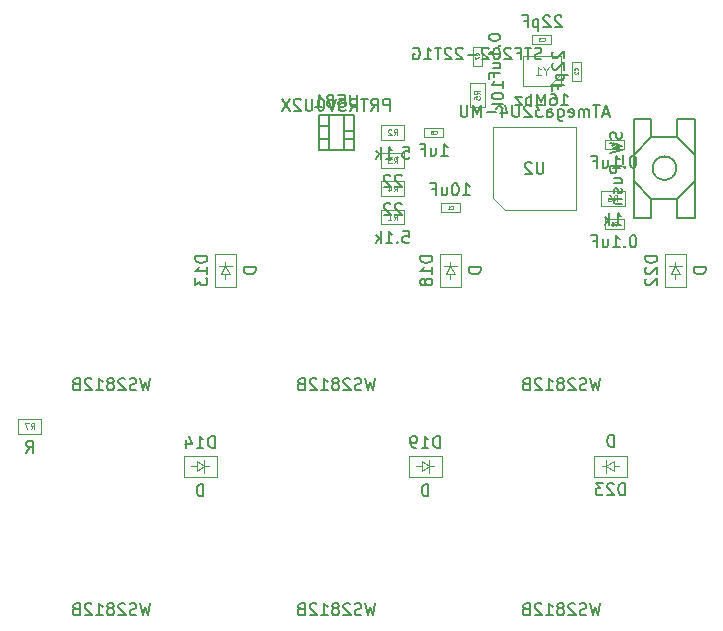
<source format=gbr>
G04 #@! TF.GenerationSoftware,KiCad,Pcbnew,(5.1.5)-3*
G04 #@! TF.CreationDate,2021-05-11T09:46:13+07:00*
G04 #@! TF.ProjectId,uso!VNC,75736f21-564e-4432-9e6b-696361645f70,rev?*
G04 #@! TF.SameCoordinates,Original*
G04 #@! TF.FileFunction,Other,Fab,Bot*
%FSLAX46Y46*%
G04 Gerber Fmt 4.6, Leading zero omitted, Abs format (unit mm)*
G04 Created by KiCad (PCBNEW (5.1.5)-3) date 2021-05-11 09:46:13*
%MOMM*%
%LPD*%
G04 APERTURE LIST*
%ADD10C,0.150000*%
%ADD11C,0.100000*%
%ADD12C,0.075000*%
%ADD13C,0.105000*%
G04 APERTURE END LIST*
D10*
X291877000Y-94066000D02*
X291877000Y-102466000D01*
X291877000Y-102466000D02*
X293277000Y-102466000D01*
X293377000Y-102466000D02*
X293377000Y-100866000D01*
X293377000Y-100866000D02*
X295577000Y-100866000D01*
X295577000Y-100866000D02*
X295577000Y-102466000D01*
X295577000Y-102466000D02*
X297077000Y-102466000D01*
X297077000Y-102466000D02*
X297077000Y-94066000D01*
X297077000Y-94066000D02*
X295577000Y-94066000D01*
X295577000Y-94066000D02*
X295577000Y-95666000D01*
X295577000Y-95666000D02*
X293377000Y-95666000D01*
X293377000Y-95666000D02*
X293377000Y-94066000D01*
X293377000Y-94066000D02*
X291877000Y-94066000D01*
X295477000Y-98266000D02*
G75*
G03X295477000Y-98266000I-1000000J0D01*
G01*
X293377000Y-95666000D02*
X291877000Y-97166000D01*
X293377000Y-100866000D02*
X291877000Y-99366000D01*
X295577000Y-100866000D02*
X297077000Y-99366000D01*
X295577000Y-95666000D02*
X297077000Y-97166000D01*
D11*
X241728500Y-120762000D02*
X241728500Y-119522000D01*
X239728500Y-120762000D02*
X241728500Y-120762000D01*
X239728500Y-119522000D02*
X239728500Y-120762000D01*
X241728500Y-119522000D02*
X239728500Y-119522000D01*
X285699000Y-90293000D02*
X284699000Y-91293000D01*
X282499000Y-88793000D02*
X285699000Y-88793000D01*
X282499000Y-91293000D02*
X282499000Y-88793000D01*
X285699000Y-91293000D02*
X282499000Y-91293000D01*
X285699000Y-88793000D02*
X285699000Y-91293000D01*
X280964000Y-101798000D02*
X286964000Y-101798000D01*
X286964000Y-101798000D02*
X286964000Y-94798000D01*
X286964000Y-94798000D02*
X279964000Y-94798000D01*
X279964000Y-94798000D02*
X279964000Y-100798000D01*
X279964000Y-100798000D02*
X280964000Y-101798000D01*
D10*
X265250000Y-93800000D02*
X265250000Y-96700000D01*
X265250000Y-96700000D02*
X268150000Y-96700000D01*
X268150000Y-96700000D02*
X268150000Y-93800000D01*
X268150000Y-93800000D02*
X265250000Y-93800000D01*
X266050000Y-93800000D02*
X266050000Y-96700000D01*
X267350000Y-96700000D02*
X267350000Y-93800000D01*
X267350000Y-95150000D02*
X268150000Y-95150000D01*
X268150000Y-95800000D02*
X267350000Y-95800000D01*
X266050000Y-94700000D02*
X265250000Y-94700000D01*
X265250000Y-95800000D02*
X266050000Y-95800000D01*
D11*
X291100000Y-101458000D02*
X291100000Y-100218000D01*
X289100000Y-101458000D02*
X291100000Y-101458000D01*
X289100000Y-100218000D02*
X289100000Y-101458000D01*
X291100000Y-100218000D02*
X289100000Y-100218000D01*
X279258000Y-91075000D02*
X278018000Y-91075000D01*
X279258000Y-93075000D02*
X279258000Y-91075000D01*
X278018000Y-93075000D02*
X279258000Y-93075000D01*
X278018000Y-91075000D02*
X278018000Y-93075000D01*
X272462500Y-99392500D02*
X270462500Y-99392500D01*
X270462500Y-99392500D02*
X270462500Y-100632500D01*
X270462500Y-100632500D02*
X272462500Y-100632500D01*
X272462500Y-100632500D02*
X272462500Y-99392500D01*
X272462500Y-98251250D02*
X272462500Y-97011250D01*
X270462500Y-98251250D02*
X272462500Y-98251250D01*
X270462500Y-97011250D02*
X270462500Y-98251250D01*
X272462500Y-97011250D02*
X270462500Y-97011250D01*
X272462500Y-95870000D02*
X272462500Y-94630000D01*
X270462500Y-95870000D02*
X272462500Y-95870000D01*
X270462500Y-94630000D02*
X270462500Y-95870000D01*
X272462500Y-94630000D02*
X270462500Y-94630000D01*
X272462500Y-103013750D02*
X272462500Y-101773750D01*
X270462500Y-103013750D02*
X272462500Y-103013750D01*
X270462500Y-101773750D02*
X270462500Y-103013750D01*
X272462500Y-101773750D02*
X270462500Y-101773750D01*
X290168400Y-123494800D02*
X290668400Y-123494800D01*
X290168400Y-123094800D02*
X289568400Y-123494800D01*
X290168400Y-123894800D02*
X290168400Y-123094800D01*
X289568400Y-123494800D02*
X290168400Y-123894800D01*
X289568400Y-123494800D02*
X289568400Y-122944800D01*
X289568400Y-123494800D02*
X289568400Y-124044800D01*
X289168400Y-123494800D02*
X289568400Y-123494800D01*
X288518400Y-122594800D02*
X288518400Y-124394800D01*
X291318400Y-122594800D02*
X288518400Y-122594800D01*
X291318400Y-124394800D02*
X291318400Y-122594800D01*
X288518400Y-124394800D02*
X291318400Y-124394800D01*
X295402000Y-107184000D02*
X295402000Y-107684000D01*
X295802000Y-107184000D02*
X295402000Y-106584000D01*
X295002000Y-107184000D02*
X295802000Y-107184000D01*
X295402000Y-106584000D02*
X295002000Y-107184000D01*
X295402000Y-106584000D02*
X295952000Y-106584000D01*
X295402000Y-106584000D02*
X294852000Y-106584000D01*
X295402000Y-106184000D02*
X295402000Y-106584000D01*
X296302000Y-105534000D02*
X294502000Y-105534000D01*
X296302000Y-108334000D02*
X296302000Y-105534000D01*
X294502000Y-108334000D02*
X296302000Y-108334000D01*
X294502000Y-105534000D02*
X294502000Y-108334000D01*
X273968400Y-123494800D02*
X273468400Y-123494800D01*
X273968400Y-123894800D02*
X274568400Y-123494800D01*
X273968400Y-123094800D02*
X273968400Y-123894800D01*
X274568400Y-123494800D02*
X273968400Y-123094800D01*
X274568400Y-123494800D02*
X274568400Y-124044800D01*
X274568400Y-123494800D02*
X274568400Y-122944800D01*
X274968400Y-123494800D02*
X274568400Y-123494800D01*
X275618400Y-124394800D02*
X275618400Y-122594800D01*
X272818400Y-124394800D02*
X275618400Y-124394800D01*
X272818400Y-122594800D02*
X272818400Y-124394800D01*
X275618400Y-122594800D02*
X272818400Y-122594800D01*
X276352000Y-107184000D02*
X276352000Y-107684000D01*
X276752000Y-107184000D02*
X276352000Y-106584000D01*
X275952000Y-107184000D02*
X276752000Y-107184000D01*
X276352000Y-106584000D02*
X275952000Y-107184000D01*
X276352000Y-106584000D02*
X276902000Y-106584000D01*
X276352000Y-106584000D02*
X275802000Y-106584000D01*
X276352000Y-106184000D02*
X276352000Y-106584000D01*
X277252000Y-105534000D02*
X275452000Y-105534000D01*
X277252000Y-108334000D02*
X277252000Y-105534000D01*
X275452000Y-108334000D02*
X277252000Y-108334000D01*
X275452000Y-105534000D02*
X275452000Y-108334000D01*
X254918400Y-123494800D02*
X254418400Y-123494800D01*
X254918400Y-123894800D02*
X255518400Y-123494800D01*
X254918400Y-123094800D02*
X254918400Y-123894800D01*
X255518400Y-123494800D02*
X254918400Y-123094800D01*
X255518400Y-123494800D02*
X255518400Y-124044800D01*
X255518400Y-123494800D02*
X255518400Y-122944800D01*
X255918400Y-123494800D02*
X255518400Y-123494800D01*
X256568400Y-124394800D02*
X256568400Y-122594800D01*
X253768400Y-124394800D02*
X256568400Y-124394800D01*
X253768400Y-122594800D02*
X253768400Y-124394800D01*
X256568400Y-122594800D02*
X253768400Y-122594800D01*
X257302000Y-107184000D02*
X257302000Y-107684000D01*
X257702000Y-107184000D02*
X257302000Y-106584000D01*
X256902000Y-107184000D02*
X257702000Y-107184000D01*
X257302000Y-106584000D02*
X256902000Y-107184000D01*
X257302000Y-106584000D02*
X257852000Y-106584000D01*
X257302000Y-106584000D02*
X256752000Y-106584000D01*
X257302000Y-106184000D02*
X257302000Y-106584000D01*
X258202000Y-105534000D02*
X256402000Y-105534000D01*
X258202000Y-108334000D02*
X258202000Y-105534000D01*
X256402000Y-108334000D02*
X258202000Y-108334000D01*
X256402000Y-105534000D02*
X256402000Y-108334000D01*
X278238000Y-87973000D02*
X278238000Y-89573000D01*
X278238000Y-89573000D02*
X279038000Y-89573000D01*
X279038000Y-89573000D02*
X279038000Y-87973000D01*
X279038000Y-87973000D02*
X278238000Y-87973000D01*
X275755000Y-94850000D02*
X274155000Y-94850000D01*
X274155000Y-94850000D02*
X274155000Y-95650000D01*
X274155000Y-95650000D02*
X275755000Y-95650000D01*
X275755000Y-95650000D02*
X275755000Y-94850000D01*
X291027000Y-102597000D02*
X289427000Y-102597000D01*
X289427000Y-102597000D02*
X289427000Y-103397000D01*
X289427000Y-103397000D02*
X291027000Y-103397000D01*
X291027000Y-103397000D02*
X291027000Y-102597000D01*
X291027000Y-95866000D02*
X289427000Y-95866000D01*
X289427000Y-95866000D02*
X289427000Y-96666000D01*
X289427000Y-96666000D02*
X291027000Y-96666000D01*
X291027000Y-96666000D02*
X291027000Y-95866000D01*
X283299000Y-87776000D02*
X284899000Y-87776000D01*
X284899000Y-87776000D02*
X284899000Y-86976000D01*
X284899000Y-86976000D02*
X283299000Y-86976000D01*
X283299000Y-86976000D02*
X283299000Y-87776000D01*
X287420000Y-90843000D02*
X287420000Y-89243000D01*
X287420000Y-89243000D02*
X286620000Y-89243000D01*
X286620000Y-89243000D02*
X286620000Y-90843000D01*
X286620000Y-90843000D02*
X287420000Y-90843000D01*
X275552000Y-102000000D02*
X277152000Y-102000000D01*
X277152000Y-102000000D02*
X277152000Y-101200000D01*
X277152000Y-101200000D02*
X275552000Y-101200000D01*
X275552000Y-101200000D02*
X275552000Y-102000000D01*
D10*
X290817761Y-95218380D02*
X290865380Y-95361238D01*
X290865380Y-95599333D01*
X290817761Y-95694571D01*
X290770142Y-95742190D01*
X290674904Y-95789809D01*
X290579666Y-95789809D01*
X290484428Y-95742190D01*
X290436809Y-95694571D01*
X290389190Y-95599333D01*
X290341571Y-95408857D01*
X290293952Y-95313619D01*
X290246333Y-95266000D01*
X290151095Y-95218380D01*
X290055857Y-95218380D01*
X289960619Y-95266000D01*
X289913000Y-95313619D01*
X289865380Y-95408857D01*
X289865380Y-95646952D01*
X289913000Y-95789809D01*
X289865380Y-96123142D02*
X290865380Y-96361238D01*
X290151095Y-96551714D01*
X290865380Y-96742190D01*
X289865380Y-96980285D01*
X290960619Y-97123142D02*
X290960619Y-97885047D01*
X290865380Y-98123142D02*
X289865380Y-98123142D01*
X289865380Y-98504095D01*
X289913000Y-98599333D01*
X289960619Y-98646952D01*
X290055857Y-98694571D01*
X290198714Y-98694571D01*
X290293952Y-98646952D01*
X290341571Y-98599333D01*
X290389190Y-98504095D01*
X290389190Y-98123142D01*
X290198714Y-99551714D02*
X290865380Y-99551714D01*
X290198714Y-99123142D02*
X290722523Y-99123142D01*
X290817761Y-99170761D01*
X290865380Y-99266000D01*
X290865380Y-99408857D01*
X290817761Y-99504095D01*
X290770142Y-99551714D01*
X290817761Y-99980285D02*
X290865380Y-100075523D01*
X290865380Y-100266000D01*
X290817761Y-100361238D01*
X290722523Y-100408857D01*
X290674904Y-100408857D01*
X290579666Y-100361238D01*
X290532047Y-100266000D01*
X290532047Y-100123142D01*
X290484428Y-100027904D01*
X290389190Y-99980285D01*
X290341571Y-99980285D01*
X290246333Y-100027904D01*
X290198714Y-100123142D01*
X290198714Y-100266000D01*
X290246333Y-100361238D01*
X290865380Y-100837428D02*
X289865380Y-100837428D01*
X290865380Y-101266000D02*
X290341571Y-101266000D01*
X290246333Y-101218380D01*
X290198714Y-101123142D01*
X290198714Y-100980285D01*
X290246333Y-100885047D01*
X290293952Y-100837428D01*
X240418976Y-122344380D02*
X240752309Y-121868190D01*
X240990404Y-122344380D02*
X240990404Y-121344380D01*
X240609452Y-121344380D01*
X240514214Y-121392000D01*
X240466595Y-121439619D01*
X240418976Y-121534857D01*
X240418976Y-121677714D01*
X240466595Y-121772952D01*
X240514214Y-121820571D01*
X240609452Y-121868190D01*
X240990404Y-121868190D01*
D12*
X240811833Y-120368190D02*
X240978500Y-120130095D01*
X241097547Y-120368190D02*
X241097547Y-119868190D01*
X240907071Y-119868190D01*
X240859452Y-119892000D01*
X240835642Y-119915809D01*
X240811833Y-119963428D01*
X240811833Y-120034857D01*
X240835642Y-120082476D01*
X240859452Y-120106285D01*
X240907071Y-120130095D01*
X241097547Y-120130095D01*
X240645166Y-119868190D02*
X240311833Y-119868190D01*
X240526119Y-120368190D01*
D10*
X284058630Y-89011011D02*
X283915773Y-89058630D01*
X283677678Y-89058630D01*
X283582440Y-89011011D01*
X283534821Y-88963392D01*
X283487202Y-88868154D01*
X283487202Y-88772916D01*
X283534821Y-88677678D01*
X283582440Y-88630059D01*
X283677678Y-88582440D01*
X283868154Y-88534821D01*
X283963392Y-88487202D01*
X284011011Y-88439583D01*
X284058630Y-88344345D01*
X284058630Y-88249107D01*
X284011011Y-88153869D01*
X283963392Y-88106250D01*
X283868154Y-88058630D01*
X283630059Y-88058630D01*
X283487202Y-88106250D01*
X283201488Y-88058630D02*
X282630059Y-88058630D01*
X282915773Y-89058630D02*
X282915773Y-88058630D01*
X281963392Y-88534821D02*
X282296726Y-88534821D01*
X282296726Y-89058630D02*
X282296726Y-88058630D01*
X281820535Y-88058630D01*
X281487202Y-88153869D02*
X281439583Y-88106250D01*
X281344345Y-88058630D01*
X281106250Y-88058630D01*
X281011011Y-88106250D01*
X280963392Y-88153869D01*
X280915773Y-88249107D01*
X280915773Y-88344345D01*
X280963392Y-88487202D01*
X281534821Y-89058630D01*
X280915773Y-89058630D01*
X280296726Y-88058630D02*
X280201488Y-88058630D01*
X280106250Y-88106250D01*
X280058630Y-88153869D01*
X280011011Y-88249107D01*
X279963392Y-88439583D01*
X279963392Y-88677678D01*
X280011011Y-88868154D01*
X280058630Y-88963392D01*
X280106250Y-89011011D01*
X280201488Y-89058630D01*
X280296726Y-89058630D01*
X280391964Y-89011011D01*
X280439583Y-88963392D01*
X280487202Y-88868154D01*
X280534821Y-88677678D01*
X280534821Y-88439583D01*
X280487202Y-88249107D01*
X280439583Y-88153869D01*
X280391964Y-88106250D01*
X280296726Y-88058630D01*
X279582440Y-88153869D02*
X279534821Y-88106250D01*
X279439583Y-88058630D01*
X279201488Y-88058630D01*
X279106250Y-88106250D01*
X279058630Y-88153869D01*
X279011011Y-88249107D01*
X279011011Y-88344345D01*
X279058630Y-88487202D01*
X279630059Y-89058630D01*
X279011011Y-89058630D01*
X278582440Y-88677678D02*
X277820535Y-88677678D01*
X277391964Y-88153869D02*
X277344345Y-88106250D01*
X277249107Y-88058630D01*
X277011011Y-88058630D01*
X276915773Y-88106250D01*
X276868154Y-88153869D01*
X276820535Y-88249107D01*
X276820535Y-88344345D01*
X276868154Y-88487202D01*
X277439583Y-89058630D01*
X276820535Y-89058630D01*
X276439583Y-88153869D02*
X276391964Y-88106250D01*
X276296726Y-88058630D01*
X276058630Y-88058630D01*
X275963392Y-88106250D01*
X275915773Y-88153869D01*
X275868154Y-88249107D01*
X275868154Y-88344345D01*
X275915773Y-88487202D01*
X276487202Y-89058630D01*
X275868154Y-89058630D01*
X275582440Y-88058630D02*
X275011011Y-88058630D01*
X275296726Y-89058630D02*
X275296726Y-88058630D01*
X274153869Y-89058630D02*
X274725297Y-89058630D01*
X274439583Y-89058630D02*
X274439583Y-88058630D01*
X274534821Y-88201488D01*
X274630059Y-88296726D01*
X274725297Y-88344345D01*
X273201488Y-88106250D02*
X273296726Y-88058630D01*
X273439583Y-88058630D01*
X273582440Y-88106250D01*
X273677678Y-88201488D01*
X273725297Y-88296726D01*
X273772916Y-88487202D01*
X273772916Y-88630059D01*
X273725297Y-88820535D01*
X273677678Y-88915773D01*
X273582440Y-89011011D01*
X273439583Y-89058630D01*
X273344345Y-89058630D01*
X273201488Y-89011011D01*
X273153869Y-88963392D01*
X273153869Y-88630059D01*
X273344345Y-88630059D01*
X250959523Y-135102380D02*
X250721428Y-136102380D01*
X250530952Y-135388095D01*
X250340476Y-136102380D01*
X250102380Y-135102380D01*
X249769047Y-136054761D02*
X249626190Y-136102380D01*
X249388095Y-136102380D01*
X249292857Y-136054761D01*
X249245238Y-136007142D01*
X249197619Y-135911904D01*
X249197619Y-135816666D01*
X249245238Y-135721428D01*
X249292857Y-135673809D01*
X249388095Y-135626190D01*
X249578571Y-135578571D01*
X249673809Y-135530952D01*
X249721428Y-135483333D01*
X249769047Y-135388095D01*
X249769047Y-135292857D01*
X249721428Y-135197619D01*
X249673809Y-135150000D01*
X249578571Y-135102380D01*
X249340476Y-135102380D01*
X249197619Y-135150000D01*
X248816666Y-135197619D02*
X248769047Y-135150000D01*
X248673809Y-135102380D01*
X248435714Y-135102380D01*
X248340476Y-135150000D01*
X248292857Y-135197619D01*
X248245238Y-135292857D01*
X248245238Y-135388095D01*
X248292857Y-135530952D01*
X248864285Y-136102380D01*
X248245238Y-136102380D01*
X247673809Y-135530952D02*
X247769047Y-135483333D01*
X247816666Y-135435714D01*
X247864285Y-135340476D01*
X247864285Y-135292857D01*
X247816666Y-135197619D01*
X247769047Y-135150000D01*
X247673809Y-135102380D01*
X247483333Y-135102380D01*
X247388095Y-135150000D01*
X247340476Y-135197619D01*
X247292857Y-135292857D01*
X247292857Y-135340476D01*
X247340476Y-135435714D01*
X247388095Y-135483333D01*
X247483333Y-135530952D01*
X247673809Y-135530952D01*
X247769047Y-135578571D01*
X247816666Y-135626190D01*
X247864285Y-135721428D01*
X247864285Y-135911904D01*
X247816666Y-136007142D01*
X247769047Y-136054761D01*
X247673809Y-136102380D01*
X247483333Y-136102380D01*
X247388095Y-136054761D01*
X247340476Y-136007142D01*
X247292857Y-135911904D01*
X247292857Y-135721428D01*
X247340476Y-135626190D01*
X247388095Y-135578571D01*
X247483333Y-135530952D01*
X246340476Y-136102380D02*
X246911904Y-136102380D01*
X246626190Y-136102380D02*
X246626190Y-135102380D01*
X246721428Y-135245238D01*
X246816666Y-135340476D01*
X246911904Y-135388095D01*
X245959523Y-135197619D02*
X245911904Y-135150000D01*
X245816666Y-135102380D01*
X245578571Y-135102380D01*
X245483333Y-135150000D01*
X245435714Y-135197619D01*
X245388095Y-135292857D01*
X245388095Y-135388095D01*
X245435714Y-135530952D01*
X246007142Y-136102380D01*
X245388095Y-136102380D01*
X244626190Y-135578571D02*
X244483333Y-135626190D01*
X244435714Y-135673809D01*
X244388095Y-135769047D01*
X244388095Y-135911904D01*
X244435714Y-136007142D01*
X244483333Y-136054761D01*
X244578571Y-136102380D01*
X244959523Y-136102380D01*
X244959523Y-135102380D01*
X244626190Y-135102380D01*
X244530952Y-135150000D01*
X244483333Y-135197619D01*
X244435714Y-135292857D01*
X244435714Y-135388095D01*
X244483333Y-135483333D01*
X244530952Y-135530952D01*
X244626190Y-135578571D01*
X244959523Y-135578571D01*
X270009523Y-135102380D02*
X269771428Y-136102380D01*
X269580952Y-135388095D01*
X269390476Y-136102380D01*
X269152380Y-135102380D01*
X268819047Y-136054761D02*
X268676190Y-136102380D01*
X268438095Y-136102380D01*
X268342857Y-136054761D01*
X268295238Y-136007142D01*
X268247619Y-135911904D01*
X268247619Y-135816666D01*
X268295238Y-135721428D01*
X268342857Y-135673809D01*
X268438095Y-135626190D01*
X268628571Y-135578571D01*
X268723809Y-135530952D01*
X268771428Y-135483333D01*
X268819047Y-135388095D01*
X268819047Y-135292857D01*
X268771428Y-135197619D01*
X268723809Y-135150000D01*
X268628571Y-135102380D01*
X268390476Y-135102380D01*
X268247619Y-135150000D01*
X267866666Y-135197619D02*
X267819047Y-135150000D01*
X267723809Y-135102380D01*
X267485714Y-135102380D01*
X267390476Y-135150000D01*
X267342857Y-135197619D01*
X267295238Y-135292857D01*
X267295238Y-135388095D01*
X267342857Y-135530952D01*
X267914285Y-136102380D01*
X267295238Y-136102380D01*
X266723809Y-135530952D02*
X266819047Y-135483333D01*
X266866666Y-135435714D01*
X266914285Y-135340476D01*
X266914285Y-135292857D01*
X266866666Y-135197619D01*
X266819047Y-135150000D01*
X266723809Y-135102380D01*
X266533333Y-135102380D01*
X266438095Y-135150000D01*
X266390476Y-135197619D01*
X266342857Y-135292857D01*
X266342857Y-135340476D01*
X266390476Y-135435714D01*
X266438095Y-135483333D01*
X266533333Y-135530952D01*
X266723809Y-135530952D01*
X266819047Y-135578571D01*
X266866666Y-135626190D01*
X266914285Y-135721428D01*
X266914285Y-135911904D01*
X266866666Y-136007142D01*
X266819047Y-136054761D01*
X266723809Y-136102380D01*
X266533333Y-136102380D01*
X266438095Y-136054761D01*
X266390476Y-136007142D01*
X266342857Y-135911904D01*
X266342857Y-135721428D01*
X266390476Y-135626190D01*
X266438095Y-135578571D01*
X266533333Y-135530952D01*
X265390476Y-136102380D02*
X265961904Y-136102380D01*
X265676190Y-136102380D02*
X265676190Y-135102380D01*
X265771428Y-135245238D01*
X265866666Y-135340476D01*
X265961904Y-135388095D01*
X265009523Y-135197619D02*
X264961904Y-135150000D01*
X264866666Y-135102380D01*
X264628571Y-135102380D01*
X264533333Y-135150000D01*
X264485714Y-135197619D01*
X264438095Y-135292857D01*
X264438095Y-135388095D01*
X264485714Y-135530952D01*
X265057142Y-136102380D01*
X264438095Y-136102380D01*
X263676190Y-135578571D02*
X263533333Y-135626190D01*
X263485714Y-135673809D01*
X263438095Y-135769047D01*
X263438095Y-135911904D01*
X263485714Y-136007142D01*
X263533333Y-136054761D01*
X263628571Y-136102380D01*
X264009523Y-136102380D01*
X264009523Y-135102380D01*
X263676190Y-135102380D01*
X263580952Y-135150000D01*
X263533333Y-135197619D01*
X263485714Y-135292857D01*
X263485714Y-135388095D01*
X263533333Y-135483333D01*
X263580952Y-135530952D01*
X263676190Y-135578571D01*
X264009523Y-135578571D01*
X289059523Y-135102380D02*
X288821428Y-136102380D01*
X288630952Y-135388095D01*
X288440476Y-136102380D01*
X288202380Y-135102380D01*
X287869047Y-136054761D02*
X287726190Y-136102380D01*
X287488095Y-136102380D01*
X287392857Y-136054761D01*
X287345238Y-136007142D01*
X287297619Y-135911904D01*
X287297619Y-135816666D01*
X287345238Y-135721428D01*
X287392857Y-135673809D01*
X287488095Y-135626190D01*
X287678571Y-135578571D01*
X287773809Y-135530952D01*
X287821428Y-135483333D01*
X287869047Y-135388095D01*
X287869047Y-135292857D01*
X287821428Y-135197619D01*
X287773809Y-135150000D01*
X287678571Y-135102380D01*
X287440476Y-135102380D01*
X287297619Y-135150000D01*
X286916666Y-135197619D02*
X286869047Y-135150000D01*
X286773809Y-135102380D01*
X286535714Y-135102380D01*
X286440476Y-135150000D01*
X286392857Y-135197619D01*
X286345238Y-135292857D01*
X286345238Y-135388095D01*
X286392857Y-135530952D01*
X286964285Y-136102380D01*
X286345238Y-136102380D01*
X285773809Y-135530952D02*
X285869047Y-135483333D01*
X285916666Y-135435714D01*
X285964285Y-135340476D01*
X285964285Y-135292857D01*
X285916666Y-135197619D01*
X285869047Y-135150000D01*
X285773809Y-135102380D01*
X285583333Y-135102380D01*
X285488095Y-135150000D01*
X285440476Y-135197619D01*
X285392857Y-135292857D01*
X285392857Y-135340476D01*
X285440476Y-135435714D01*
X285488095Y-135483333D01*
X285583333Y-135530952D01*
X285773809Y-135530952D01*
X285869047Y-135578571D01*
X285916666Y-135626190D01*
X285964285Y-135721428D01*
X285964285Y-135911904D01*
X285916666Y-136007142D01*
X285869047Y-136054761D01*
X285773809Y-136102380D01*
X285583333Y-136102380D01*
X285488095Y-136054761D01*
X285440476Y-136007142D01*
X285392857Y-135911904D01*
X285392857Y-135721428D01*
X285440476Y-135626190D01*
X285488095Y-135578571D01*
X285583333Y-135530952D01*
X284440476Y-136102380D02*
X285011904Y-136102380D01*
X284726190Y-136102380D02*
X284726190Y-135102380D01*
X284821428Y-135245238D01*
X284916666Y-135340476D01*
X285011904Y-135388095D01*
X284059523Y-135197619D02*
X284011904Y-135150000D01*
X283916666Y-135102380D01*
X283678571Y-135102380D01*
X283583333Y-135150000D01*
X283535714Y-135197619D01*
X283488095Y-135292857D01*
X283488095Y-135388095D01*
X283535714Y-135530952D01*
X284107142Y-136102380D01*
X283488095Y-136102380D01*
X282726190Y-135578571D02*
X282583333Y-135626190D01*
X282535714Y-135673809D01*
X282488095Y-135769047D01*
X282488095Y-135911904D01*
X282535714Y-136007142D01*
X282583333Y-136054761D01*
X282678571Y-136102380D01*
X283059523Y-136102380D01*
X283059523Y-135102380D01*
X282726190Y-135102380D01*
X282630952Y-135150000D01*
X282583333Y-135197619D01*
X282535714Y-135292857D01*
X282535714Y-135388095D01*
X282583333Y-135483333D01*
X282630952Y-135530952D01*
X282726190Y-135578571D01*
X283059523Y-135578571D01*
X285718047Y-92945380D02*
X286289476Y-92945380D01*
X286003761Y-92945380D02*
X286003761Y-91945380D01*
X286099000Y-92088238D01*
X286194238Y-92183476D01*
X286289476Y-92231095D01*
X284860904Y-91945380D02*
X285051380Y-91945380D01*
X285146619Y-91993000D01*
X285194238Y-92040619D01*
X285289476Y-92183476D01*
X285337095Y-92373952D01*
X285337095Y-92754904D01*
X285289476Y-92850142D01*
X285241857Y-92897761D01*
X285146619Y-92945380D01*
X284956142Y-92945380D01*
X284860904Y-92897761D01*
X284813285Y-92850142D01*
X284765666Y-92754904D01*
X284765666Y-92516809D01*
X284813285Y-92421571D01*
X284860904Y-92373952D01*
X284956142Y-92326333D01*
X285146619Y-92326333D01*
X285241857Y-92373952D01*
X285289476Y-92421571D01*
X285337095Y-92516809D01*
X284337095Y-92945380D02*
X284337095Y-91945380D01*
X284003761Y-92659666D01*
X283670428Y-91945380D01*
X283670428Y-92945380D01*
X283194238Y-92945380D02*
X283194238Y-91945380D01*
X282765666Y-92945380D02*
X282765666Y-92421571D01*
X282813285Y-92326333D01*
X282908523Y-92278714D01*
X283051380Y-92278714D01*
X283146619Y-92326333D01*
X283194238Y-92373952D01*
X282384714Y-92278714D02*
X281860904Y-92278714D01*
X282384714Y-92945380D01*
X281860904Y-92945380D01*
D13*
X284432333Y-90026333D02*
X284432333Y-90359666D01*
X284665666Y-89659666D02*
X284432333Y-90026333D01*
X284199000Y-89659666D01*
X283599000Y-90359666D02*
X283999000Y-90359666D01*
X283799000Y-90359666D02*
X283799000Y-89659666D01*
X283865666Y-89759666D01*
X283932333Y-89826333D01*
X283999000Y-89859666D01*
D10*
X268438095Y-92046130D02*
X268438095Y-92855654D01*
X268390476Y-92950892D01*
X268342857Y-92998511D01*
X268247619Y-93046130D01*
X268057142Y-93046130D01*
X267961904Y-92998511D01*
X267914285Y-92950892D01*
X267866666Y-92855654D01*
X267866666Y-92046130D01*
X267438095Y-92998511D02*
X267295238Y-93046130D01*
X267057142Y-93046130D01*
X266961904Y-92998511D01*
X266914285Y-92950892D01*
X266866666Y-92855654D01*
X266866666Y-92760416D01*
X266914285Y-92665178D01*
X266961904Y-92617559D01*
X267057142Y-92569940D01*
X267247619Y-92522321D01*
X267342857Y-92474702D01*
X267390476Y-92427083D01*
X267438095Y-92331845D01*
X267438095Y-92236607D01*
X267390476Y-92141369D01*
X267342857Y-92093750D01*
X267247619Y-92046130D01*
X267009523Y-92046130D01*
X266866666Y-92093750D01*
X266104761Y-92522321D02*
X265961904Y-92569940D01*
X265914285Y-92617559D01*
X265866666Y-92712797D01*
X265866666Y-92855654D01*
X265914285Y-92950892D01*
X265961904Y-92998511D01*
X266057142Y-93046130D01*
X266438095Y-93046130D01*
X266438095Y-92046130D01*
X266104761Y-92046130D01*
X266009523Y-92093750D01*
X265961904Y-92141369D01*
X265914285Y-92236607D01*
X265914285Y-92331845D01*
X265961904Y-92427083D01*
X266009523Y-92474702D01*
X266104761Y-92522321D01*
X266438095Y-92522321D01*
X264914285Y-93046130D02*
X265485714Y-93046130D01*
X265200000Y-93046130D02*
X265200000Y-92046130D01*
X265295238Y-92188988D01*
X265390476Y-92284226D01*
X265485714Y-92331845D01*
X289749714Y-93644666D02*
X289273523Y-93644666D01*
X289844952Y-93930380D02*
X289511619Y-92930380D01*
X289178285Y-93930380D01*
X288987809Y-92930380D02*
X288416380Y-92930380D01*
X288702095Y-93930380D02*
X288702095Y-92930380D01*
X288083047Y-93930380D02*
X288083047Y-93263714D01*
X288083047Y-93358952D02*
X288035428Y-93311333D01*
X287940190Y-93263714D01*
X287797333Y-93263714D01*
X287702095Y-93311333D01*
X287654476Y-93406571D01*
X287654476Y-93930380D01*
X287654476Y-93406571D02*
X287606857Y-93311333D01*
X287511619Y-93263714D01*
X287368761Y-93263714D01*
X287273523Y-93311333D01*
X287225904Y-93406571D01*
X287225904Y-93930380D01*
X286368761Y-93882761D02*
X286464000Y-93930380D01*
X286654476Y-93930380D01*
X286749714Y-93882761D01*
X286797333Y-93787523D01*
X286797333Y-93406571D01*
X286749714Y-93311333D01*
X286654476Y-93263714D01*
X286464000Y-93263714D01*
X286368761Y-93311333D01*
X286321142Y-93406571D01*
X286321142Y-93501809D01*
X286797333Y-93597047D01*
X285464000Y-93263714D02*
X285464000Y-94073238D01*
X285511619Y-94168476D01*
X285559238Y-94216095D01*
X285654476Y-94263714D01*
X285797333Y-94263714D01*
X285892571Y-94216095D01*
X285464000Y-93882761D02*
X285559238Y-93930380D01*
X285749714Y-93930380D01*
X285844952Y-93882761D01*
X285892571Y-93835142D01*
X285940190Y-93739904D01*
X285940190Y-93454190D01*
X285892571Y-93358952D01*
X285844952Y-93311333D01*
X285749714Y-93263714D01*
X285559238Y-93263714D01*
X285464000Y-93311333D01*
X284559238Y-93930380D02*
X284559238Y-93406571D01*
X284606857Y-93311333D01*
X284702095Y-93263714D01*
X284892571Y-93263714D01*
X284987809Y-93311333D01*
X284559238Y-93882761D02*
X284654476Y-93930380D01*
X284892571Y-93930380D01*
X284987809Y-93882761D01*
X285035428Y-93787523D01*
X285035428Y-93692285D01*
X284987809Y-93597047D01*
X284892571Y-93549428D01*
X284654476Y-93549428D01*
X284559238Y-93501809D01*
X284178285Y-92930380D02*
X283559238Y-92930380D01*
X283892571Y-93311333D01*
X283749714Y-93311333D01*
X283654476Y-93358952D01*
X283606857Y-93406571D01*
X283559238Y-93501809D01*
X283559238Y-93739904D01*
X283606857Y-93835142D01*
X283654476Y-93882761D01*
X283749714Y-93930380D01*
X284035428Y-93930380D01*
X284130666Y-93882761D01*
X284178285Y-93835142D01*
X283178285Y-93025619D02*
X283130666Y-92978000D01*
X283035428Y-92930380D01*
X282797333Y-92930380D01*
X282702095Y-92978000D01*
X282654476Y-93025619D01*
X282606857Y-93120857D01*
X282606857Y-93216095D01*
X282654476Y-93358952D01*
X283225904Y-93930380D01*
X282606857Y-93930380D01*
X282178285Y-92930380D02*
X282178285Y-93739904D01*
X282130666Y-93835142D01*
X282083047Y-93882761D01*
X281987809Y-93930380D01*
X281797333Y-93930380D01*
X281702095Y-93882761D01*
X281654476Y-93835142D01*
X281606857Y-93739904D01*
X281606857Y-92930380D01*
X280702095Y-93263714D02*
X280702095Y-93930380D01*
X280940190Y-92882761D02*
X281178285Y-93597047D01*
X280559238Y-93597047D01*
X280178285Y-93549428D02*
X279416380Y-93549428D01*
X278940190Y-93930380D02*
X278940190Y-92930380D01*
X278606857Y-93644666D01*
X278273523Y-92930380D01*
X278273523Y-93930380D01*
X277797333Y-92930380D02*
X277797333Y-93739904D01*
X277749714Y-93835142D01*
X277702095Y-93882761D01*
X277606857Y-93930380D01*
X277416380Y-93930380D01*
X277321142Y-93882761D01*
X277273523Y-93835142D01*
X277225904Y-93739904D01*
X277225904Y-92930380D01*
X284225904Y-97750380D02*
X284225904Y-98559904D01*
X284178285Y-98655142D01*
X284130666Y-98702761D01*
X284035428Y-98750380D01*
X283844952Y-98750380D01*
X283749714Y-98702761D01*
X283702095Y-98655142D01*
X283654476Y-98559904D01*
X283654476Y-97750380D01*
X283225904Y-97845619D02*
X283178285Y-97798000D01*
X283083047Y-97750380D01*
X282844952Y-97750380D01*
X282749714Y-97798000D01*
X282702095Y-97845619D01*
X282654476Y-97940857D01*
X282654476Y-98036095D01*
X282702095Y-98178952D01*
X283273523Y-98750380D01*
X282654476Y-98750380D01*
X271200000Y-93402380D02*
X271200000Y-92402380D01*
X270819047Y-92402380D01*
X270723809Y-92450000D01*
X270676190Y-92497619D01*
X270628571Y-92592857D01*
X270628571Y-92735714D01*
X270676190Y-92830952D01*
X270723809Y-92878571D01*
X270819047Y-92926190D01*
X271200000Y-92926190D01*
X269628571Y-93402380D02*
X269961904Y-92926190D01*
X270200000Y-93402380D02*
X270200000Y-92402380D01*
X269819047Y-92402380D01*
X269723809Y-92450000D01*
X269676190Y-92497619D01*
X269628571Y-92592857D01*
X269628571Y-92735714D01*
X269676190Y-92830952D01*
X269723809Y-92878571D01*
X269819047Y-92926190D01*
X270200000Y-92926190D01*
X269342857Y-92402380D02*
X268771428Y-92402380D01*
X269057142Y-93402380D02*
X269057142Y-92402380D01*
X267866666Y-93402380D02*
X268200000Y-92926190D01*
X268438095Y-93402380D02*
X268438095Y-92402380D01*
X268057142Y-92402380D01*
X267961904Y-92450000D01*
X267914285Y-92497619D01*
X267866666Y-92592857D01*
X267866666Y-92735714D01*
X267914285Y-92830952D01*
X267961904Y-92878571D01*
X268057142Y-92926190D01*
X268438095Y-92926190D01*
X266961904Y-92402380D02*
X267438095Y-92402380D01*
X267485714Y-92878571D01*
X267438095Y-92830952D01*
X267342857Y-92783333D01*
X267104761Y-92783333D01*
X267009523Y-92830952D01*
X266961904Y-92878571D01*
X266914285Y-92973809D01*
X266914285Y-93211904D01*
X266961904Y-93307142D01*
X267009523Y-93354761D01*
X267104761Y-93402380D01*
X267342857Y-93402380D01*
X267438095Y-93354761D01*
X267485714Y-93307142D01*
X266628571Y-92402380D02*
X266295238Y-93402380D01*
X265961904Y-92402380D01*
X265438095Y-92402380D02*
X265342857Y-92402380D01*
X265247619Y-92450000D01*
X265200000Y-92497619D01*
X265152380Y-92592857D01*
X265104761Y-92783333D01*
X265104761Y-93021428D01*
X265152380Y-93211904D01*
X265200000Y-93307142D01*
X265247619Y-93354761D01*
X265342857Y-93402380D01*
X265438095Y-93402380D01*
X265533333Y-93354761D01*
X265580952Y-93307142D01*
X265628571Y-93211904D01*
X265676190Y-93021428D01*
X265676190Y-92783333D01*
X265628571Y-92592857D01*
X265580952Y-92497619D01*
X265533333Y-92450000D01*
X265438095Y-92402380D01*
X264676190Y-92402380D02*
X264676190Y-93211904D01*
X264628571Y-93307142D01*
X264580952Y-93354761D01*
X264485714Y-93402380D01*
X264295238Y-93402380D01*
X264200000Y-93354761D01*
X264152380Y-93307142D01*
X264104761Y-93211904D01*
X264104761Y-92402380D01*
X263676190Y-92497619D02*
X263628571Y-92450000D01*
X263533333Y-92402380D01*
X263295238Y-92402380D01*
X263200000Y-92450000D01*
X263152380Y-92497619D01*
X263104761Y-92592857D01*
X263104761Y-92688095D01*
X263152380Y-92830952D01*
X263723809Y-93402380D01*
X263104761Y-93402380D01*
X262771428Y-92402380D02*
X262104761Y-93402380D01*
X262104761Y-92402380D02*
X262771428Y-93402380D01*
X289059523Y-116052380D02*
X288821428Y-117052380D01*
X288630952Y-116338095D01*
X288440476Y-117052380D01*
X288202380Y-116052380D01*
X287869047Y-117004761D02*
X287726190Y-117052380D01*
X287488095Y-117052380D01*
X287392857Y-117004761D01*
X287345238Y-116957142D01*
X287297619Y-116861904D01*
X287297619Y-116766666D01*
X287345238Y-116671428D01*
X287392857Y-116623809D01*
X287488095Y-116576190D01*
X287678571Y-116528571D01*
X287773809Y-116480952D01*
X287821428Y-116433333D01*
X287869047Y-116338095D01*
X287869047Y-116242857D01*
X287821428Y-116147619D01*
X287773809Y-116100000D01*
X287678571Y-116052380D01*
X287440476Y-116052380D01*
X287297619Y-116100000D01*
X286916666Y-116147619D02*
X286869047Y-116100000D01*
X286773809Y-116052380D01*
X286535714Y-116052380D01*
X286440476Y-116100000D01*
X286392857Y-116147619D01*
X286345238Y-116242857D01*
X286345238Y-116338095D01*
X286392857Y-116480952D01*
X286964285Y-117052380D01*
X286345238Y-117052380D01*
X285773809Y-116480952D02*
X285869047Y-116433333D01*
X285916666Y-116385714D01*
X285964285Y-116290476D01*
X285964285Y-116242857D01*
X285916666Y-116147619D01*
X285869047Y-116100000D01*
X285773809Y-116052380D01*
X285583333Y-116052380D01*
X285488095Y-116100000D01*
X285440476Y-116147619D01*
X285392857Y-116242857D01*
X285392857Y-116290476D01*
X285440476Y-116385714D01*
X285488095Y-116433333D01*
X285583333Y-116480952D01*
X285773809Y-116480952D01*
X285869047Y-116528571D01*
X285916666Y-116576190D01*
X285964285Y-116671428D01*
X285964285Y-116861904D01*
X285916666Y-116957142D01*
X285869047Y-117004761D01*
X285773809Y-117052380D01*
X285583333Y-117052380D01*
X285488095Y-117004761D01*
X285440476Y-116957142D01*
X285392857Y-116861904D01*
X285392857Y-116671428D01*
X285440476Y-116576190D01*
X285488095Y-116528571D01*
X285583333Y-116480952D01*
X284440476Y-117052380D02*
X285011904Y-117052380D01*
X284726190Y-117052380D02*
X284726190Y-116052380D01*
X284821428Y-116195238D01*
X284916666Y-116290476D01*
X285011904Y-116338095D01*
X284059523Y-116147619D02*
X284011904Y-116100000D01*
X283916666Y-116052380D01*
X283678571Y-116052380D01*
X283583333Y-116100000D01*
X283535714Y-116147619D01*
X283488095Y-116242857D01*
X283488095Y-116338095D01*
X283535714Y-116480952D01*
X284107142Y-117052380D01*
X283488095Y-117052380D01*
X282726190Y-116528571D02*
X282583333Y-116576190D01*
X282535714Y-116623809D01*
X282488095Y-116719047D01*
X282488095Y-116861904D01*
X282535714Y-116957142D01*
X282583333Y-117004761D01*
X282678571Y-117052380D01*
X283059523Y-117052380D01*
X283059523Y-116052380D01*
X282726190Y-116052380D01*
X282630952Y-116100000D01*
X282583333Y-116147619D01*
X282535714Y-116242857D01*
X282535714Y-116338095D01*
X282583333Y-116433333D01*
X282630952Y-116480952D01*
X282726190Y-116528571D01*
X283059523Y-116528571D01*
X270009523Y-116052380D02*
X269771428Y-117052380D01*
X269580952Y-116338095D01*
X269390476Y-117052380D01*
X269152380Y-116052380D01*
X268819047Y-117004761D02*
X268676190Y-117052380D01*
X268438095Y-117052380D01*
X268342857Y-117004761D01*
X268295238Y-116957142D01*
X268247619Y-116861904D01*
X268247619Y-116766666D01*
X268295238Y-116671428D01*
X268342857Y-116623809D01*
X268438095Y-116576190D01*
X268628571Y-116528571D01*
X268723809Y-116480952D01*
X268771428Y-116433333D01*
X268819047Y-116338095D01*
X268819047Y-116242857D01*
X268771428Y-116147619D01*
X268723809Y-116100000D01*
X268628571Y-116052380D01*
X268390476Y-116052380D01*
X268247619Y-116100000D01*
X267866666Y-116147619D02*
X267819047Y-116100000D01*
X267723809Y-116052380D01*
X267485714Y-116052380D01*
X267390476Y-116100000D01*
X267342857Y-116147619D01*
X267295238Y-116242857D01*
X267295238Y-116338095D01*
X267342857Y-116480952D01*
X267914285Y-117052380D01*
X267295238Y-117052380D01*
X266723809Y-116480952D02*
X266819047Y-116433333D01*
X266866666Y-116385714D01*
X266914285Y-116290476D01*
X266914285Y-116242857D01*
X266866666Y-116147619D01*
X266819047Y-116100000D01*
X266723809Y-116052380D01*
X266533333Y-116052380D01*
X266438095Y-116100000D01*
X266390476Y-116147619D01*
X266342857Y-116242857D01*
X266342857Y-116290476D01*
X266390476Y-116385714D01*
X266438095Y-116433333D01*
X266533333Y-116480952D01*
X266723809Y-116480952D01*
X266819047Y-116528571D01*
X266866666Y-116576190D01*
X266914285Y-116671428D01*
X266914285Y-116861904D01*
X266866666Y-116957142D01*
X266819047Y-117004761D01*
X266723809Y-117052380D01*
X266533333Y-117052380D01*
X266438095Y-117004761D01*
X266390476Y-116957142D01*
X266342857Y-116861904D01*
X266342857Y-116671428D01*
X266390476Y-116576190D01*
X266438095Y-116528571D01*
X266533333Y-116480952D01*
X265390476Y-117052380D02*
X265961904Y-117052380D01*
X265676190Y-117052380D02*
X265676190Y-116052380D01*
X265771428Y-116195238D01*
X265866666Y-116290476D01*
X265961904Y-116338095D01*
X265009523Y-116147619D02*
X264961904Y-116100000D01*
X264866666Y-116052380D01*
X264628571Y-116052380D01*
X264533333Y-116100000D01*
X264485714Y-116147619D01*
X264438095Y-116242857D01*
X264438095Y-116338095D01*
X264485714Y-116480952D01*
X265057142Y-117052380D01*
X264438095Y-117052380D01*
X263676190Y-116528571D02*
X263533333Y-116576190D01*
X263485714Y-116623809D01*
X263438095Y-116719047D01*
X263438095Y-116861904D01*
X263485714Y-116957142D01*
X263533333Y-117004761D01*
X263628571Y-117052380D01*
X264009523Y-117052380D01*
X264009523Y-116052380D01*
X263676190Y-116052380D01*
X263580952Y-116100000D01*
X263533333Y-116147619D01*
X263485714Y-116242857D01*
X263485714Y-116338095D01*
X263533333Y-116433333D01*
X263580952Y-116480952D01*
X263676190Y-116528571D01*
X264009523Y-116528571D01*
X250959523Y-116052380D02*
X250721428Y-117052380D01*
X250530952Y-116338095D01*
X250340476Y-117052380D01*
X250102380Y-116052380D01*
X249769047Y-117004761D02*
X249626190Y-117052380D01*
X249388095Y-117052380D01*
X249292857Y-117004761D01*
X249245238Y-116957142D01*
X249197619Y-116861904D01*
X249197619Y-116766666D01*
X249245238Y-116671428D01*
X249292857Y-116623809D01*
X249388095Y-116576190D01*
X249578571Y-116528571D01*
X249673809Y-116480952D01*
X249721428Y-116433333D01*
X249769047Y-116338095D01*
X249769047Y-116242857D01*
X249721428Y-116147619D01*
X249673809Y-116100000D01*
X249578571Y-116052380D01*
X249340476Y-116052380D01*
X249197619Y-116100000D01*
X248816666Y-116147619D02*
X248769047Y-116100000D01*
X248673809Y-116052380D01*
X248435714Y-116052380D01*
X248340476Y-116100000D01*
X248292857Y-116147619D01*
X248245238Y-116242857D01*
X248245238Y-116338095D01*
X248292857Y-116480952D01*
X248864285Y-117052380D01*
X248245238Y-117052380D01*
X247673809Y-116480952D02*
X247769047Y-116433333D01*
X247816666Y-116385714D01*
X247864285Y-116290476D01*
X247864285Y-116242857D01*
X247816666Y-116147619D01*
X247769047Y-116100000D01*
X247673809Y-116052380D01*
X247483333Y-116052380D01*
X247388095Y-116100000D01*
X247340476Y-116147619D01*
X247292857Y-116242857D01*
X247292857Y-116290476D01*
X247340476Y-116385714D01*
X247388095Y-116433333D01*
X247483333Y-116480952D01*
X247673809Y-116480952D01*
X247769047Y-116528571D01*
X247816666Y-116576190D01*
X247864285Y-116671428D01*
X247864285Y-116861904D01*
X247816666Y-116957142D01*
X247769047Y-117004761D01*
X247673809Y-117052380D01*
X247483333Y-117052380D01*
X247388095Y-117004761D01*
X247340476Y-116957142D01*
X247292857Y-116861904D01*
X247292857Y-116671428D01*
X247340476Y-116576190D01*
X247388095Y-116528571D01*
X247483333Y-116480952D01*
X246340476Y-117052380D02*
X246911904Y-117052380D01*
X246626190Y-117052380D02*
X246626190Y-116052380D01*
X246721428Y-116195238D01*
X246816666Y-116290476D01*
X246911904Y-116338095D01*
X245959523Y-116147619D02*
X245911904Y-116100000D01*
X245816666Y-116052380D01*
X245578571Y-116052380D01*
X245483333Y-116100000D01*
X245435714Y-116147619D01*
X245388095Y-116242857D01*
X245388095Y-116338095D01*
X245435714Y-116480952D01*
X246007142Y-117052380D01*
X245388095Y-117052380D01*
X244626190Y-116528571D02*
X244483333Y-116576190D01*
X244435714Y-116623809D01*
X244388095Y-116719047D01*
X244388095Y-116861904D01*
X244435714Y-116957142D01*
X244483333Y-117004761D01*
X244578571Y-117052380D01*
X244959523Y-117052380D01*
X244959523Y-116052380D01*
X244626190Y-116052380D01*
X244530952Y-116100000D01*
X244483333Y-116147619D01*
X244435714Y-116242857D01*
X244435714Y-116338095D01*
X244483333Y-116433333D01*
X244530952Y-116480952D01*
X244626190Y-116528571D01*
X244959523Y-116528571D01*
X290219047Y-103040380D02*
X290790476Y-103040380D01*
X290504761Y-103040380D02*
X290504761Y-102040380D01*
X290600000Y-102183238D01*
X290695238Y-102278476D01*
X290790476Y-102326095D01*
X289790476Y-103040380D02*
X289790476Y-102040380D01*
X289695238Y-102659428D02*
X289409523Y-103040380D01*
X289409523Y-102373714D02*
X289790476Y-102754666D01*
D12*
X290183333Y-101064190D02*
X290350000Y-100826095D01*
X290469047Y-101064190D02*
X290469047Y-100564190D01*
X290278571Y-100564190D01*
X290230952Y-100588000D01*
X290207142Y-100611809D01*
X290183333Y-100659428D01*
X290183333Y-100730857D01*
X290207142Y-100778476D01*
X290230952Y-100802285D01*
X290278571Y-100826095D01*
X290469047Y-100826095D01*
X289754761Y-100564190D02*
X289850000Y-100564190D01*
X289897619Y-100588000D01*
X289921428Y-100611809D01*
X289969047Y-100683238D01*
X289992857Y-100778476D01*
X289992857Y-100968952D01*
X289969047Y-101016571D01*
X289945238Y-101040380D01*
X289897619Y-101064190D01*
X289802380Y-101064190D01*
X289754761Y-101040380D01*
X289730952Y-101016571D01*
X289707142Y-100968952D01*
X289707142Y-100849904D01*
X289730952Y-100802285D01*
X289754761Y-100778476D01*
X289802380Y-100754666D01*
X289897619Y-100754666D01*
X289945238Y-100778476D01*
X289969047Y-100802285D01*
X289992857Y-100849904D01*
D10*
X280840380Y-91479761D02*
X280840380Y-90908333D01*
X280840380Y-91194047D02*
X279840380Y-91194047D01*
X279983238Y-91098809D01*
X280078476Y-91003571D01*
X280126095Y-90908333D01*
X279840380Y-92098809D02*
X279840380Y-92194047D01*
X279888000Y-92289285D01*
X279935619Y-92336904D01*
X280030857Y-92384523D01*
X280221333Y-92432142D01*
X280459428Y-92432142D01*
X280649904Y-92384523D01*
X280745142Y-92336904D01*
X280792761Y-92289285D01*
X280840380Y-92194047D01*
X280840380Y-92098809D01*
X280792761Y-92003571D01*
X280745142Y-91955952D01*
X280649904Y-91908333D01*
X280459428Y-91860714D01*
X280221333Y-91860714D01*
X280030857Y-91908333D01*
X279935619Y-91955952D01*
X279888000Y-92003571D01*
X279840380Y-92098809D01*
X280840380Y-92860714D02*
X279840380Y-92860714D01*
X280459428Y-92955952D02*
X280840380Y-93241666D01*
X280173714Y-93241666D02*
X280554666Y-92860714D01*
D12*
X278864190Y-91991666D02*
X278626095Y-91825000D01*
X278864190Y-91705952D02*
X278364190Y-91705952D01*
X278364190Y-91896428D01*
X278388000Y-91944047D01*
X278411809Y-91967857D01*
X278459428Y-91991666D01*
X278530857Y-91991666D01*
X278578476Y-91967857D01*
X278602285Y-91944047D01*
X278626095Y-91896428D01*
X278626095Y-91705952D01*
X278364190Y-92444047D02*
X278364190Y-92205952D01*
X278602285Y-92182142D01*
X278578476Y-92205952D01*
X278554666Y-92253571D01*
X278554666Y-92372619D01*
X278578476Y-92420238D01*
X278602285Y-92444047D01*
X278649904Y-92467857D01*
X278768952Y-92467857D01*
X278816571Y-92444047D01*
X278840380Y-92420238D01*
X278864190Y-92372619D01*
X278864190Y-92253571D01*
X278840380Y-92205952D01*
X278816571Y-92182142D01*
D10*
X272224404Y-101310119D02*
X272176785Y-101262500D01*
X272081547Y-101214880D01*
X271843452Y-101214880D01*
X271748214Y-101262500D01*
X271700595Y-101310119D01*
X271652976Y-101405357D01*
X271652976Y-101500595D01*
X271700595Y-101643452D01*
X272272023Y-102214880D01*
X271652976Y-102214880D01*
X271272023Y-101310119D02*
X271224404Y-101262500D01*
X271129166Y-101214880D01*
X270891071Y-101214880D01*
X270795833Y-101262500D01*
X270748214Y-101310119D01*
X270700595Y-101405357D01*
X270700595Y-101500595D01*
X270748214Y-101643452D01*
X271319642Y-102214880D01*
X270700595Y-102214880D01*
D12*
X271545833Y-100238690D02*
X271712500Y-100000595D01*
X271831547Y-100238690D02*
X271831547Y-99738690D01*
X271641071Y-99738690D01*
X271593452Y-99762500D01*
X271569642Y-99786309D01*
X271545833Y-99833928D01*
X271545833Y-99905357D01*
X271569642Y-99952976D01*
X271593452Y-99976785D01*
X271641071Y-100000595D01*
X271831547Y-100000595D01*
X271117261Y-99905357D02*
X271117261Y-100238690D01*
X271236309Y-99714880D02*
X271355357Y-100072023D01*
X271045833Y-100072023D01*
D10*
X272224404Y-98928869D02*
X272176785Y-98881250D01*
X272081547Y-98833630D01*
X271843452Y-98833630D01*
X271748214Y-98881250D01*
X271700595Y-98928869D01*
X271652976Y-99024107D01*
X271652976Y-99119345D01*
X271700595Y-99262202D01*
X272272023Y-99833630D01*
X271652976Y-99833630D01*
X271272023Y-98928869D02*
X271224404Y-98881250D01*
X271129166Y-98833630D01*
X270891071Y-98833630D01*
X270795833Y-98881250D01*
X270748214Y-98928869D01*
X270700595Y-99024107D01*
X270700595Y-99119345D01*
X270748214Y-99262202D01*
X271319642Y-99833630D01*
X270700595Y-99833630D01*
D12*
X271545833Y-97857440D02*
X271712500Y-97619345D01*
X271831547Y-97857440D02*
X271831547Y-97357440D01*
X271641071Y-97357440D01*
X271593452Y-97381250D01*
X271569642Y-97405059D01*
X271545833Y-97452678D01*
X271545833Y-97524107D01*
X271569642Y-97571726D01*
X271593452Y-97595535D01*
X271641071Y-97619345D01*
X271831547Y-97619345D01*
X271379166Y-97357440D02*
X271069642Y-97357440D01*
X271236309Y-97547916D01*
X271164880Y-97547916D01*
X271117261Y-97571726D01*
X271093452Y-97595535D01*
X271069642Y-97643154D01*
X271069642Y-97762202D01*
X271093452Y-97809821D01*
X271117261Y-97833630D01*
X271164880Y-97857440D01*
X271307738Y-97857440D01*
X271355357Y-97833630D01*
X271379166Y-97809821D01*
D10*
X272343452Y-96452380D02*
X272819642Y-96452380D01*
X272867261Y-96928571D01*
X272819642Y-96880952D01*
X272724404Y-96833333D01*
X272486309Y-96833333D01*
X272391071Y-96880952D01*
X272343452Y-96928571D01*
X272295833Y-97023809D01*
X272295833Y-97261904D01*
X272343452Y-97357142D01*
X272391071Y-97404761D01*
X272486309Y-97452380D01*
X272724404Y-97452380D01*
X272819642Y-97404761D01*
X272867261Y-97357142D01*
X271867261Y-97357142D02*
X271819642Y-97404761D01*
X271867261Y-97452380D01*
X271914880Y-97404761D01*
X271867261Y-97357142D01*
X271867261Y-97452380D01*
X270867261Y-97452380D02*
X271438690Y-97452380D01*
X271152976Y-97452380D02*
X271152976Y-96452380D01*
X271248214Y-96595238D01*
X271343452Y-96690476D01*
X271438690Y-96738095D01*
X270438690Y-97452380D02*
X270438690Y-96452380D01*
X270343452Y-97071428D02*
X270057738Y-97452380D01*
X270057738Y-96785714D02*
X270438690Y-97166666D01*
D12*
X271545833Y-95476190D02*
X271712500Y-95238095D01*
X271831547Y-95476190D02*
X271831547Y-94976190D01*
X271641071Y-94976190D01*
X271593452Y-95000000D01*
X271569642Y-95023809D01*
X271545833Y-95071428D01*
X271545833Y-95142857D01*
X271569642Y-95190476D01*
X271593452Y-95214285D01*
X271641071Y-95238095D01*
X271831547Y-95238095D01*
X271355357Y-95023809D02*
X271331547Y-95000000D01*
X271283928Y-94976190D01*
X271164880Y-94976190D01*
X271117261Y-95000000D01*
X271093452Y-95023809D01*
X271069642Y-95071428D01*
X271069642Y-95119047D01*
X271093452Y-95190476D01*
X271379166Y-95476190D01*
X271069642Y-95476190D01*
D10*
X272343452Y-103596130D02*
X272819642Y-103596130D01*
X272867261Y-104072321D01*
X272819642Y-104024702D01*
X272724404Y-103977083D01*
X272486309Y-103977083D01*
X272391071Y-104024702D01*
X272343452Y-104072321D01*
X272295833Y-104167559D01*
X272295833Y-104405654D01*
X272343452Y-104500892D01*
X272391071Y-104548511D01*
X272486309Y-104596130D01*
X272724404Y-104596130D01*
X272819642Y-104548511D01*
X272867261Y-104500892D01*
X271867261Y-104500892D02*
X271819642Y-104548511D01*
X271867261Y-104596130D01*
X271914880Y-104548511D01*
X271867261Y-104500892D01*
X271867261Y-104596130D01*
X270867261Y-104596130D02*
X271438690Y-104596130D01*
X271152976Y-104596130D02*
X271152976Y-103596130D01*
X271248214Y-103738988D01*
X271343452Y-103834226D01*
X271438690Y-103881845D01*
X270438690Y-104596130D02*
X270438690Y-103596130D01*
X270343452Y-104215178D02*
X270057738Y-104596130D01*
X270057738Y-103929464D02*
X270438690Y-104310416D01*
D12*
X271545833Y-102619940D02*
X271712500Y-102381845D01*
X271831547Y-102619940D02*
X271831547Y-102119940D01*
X271641071Y-102119940D01*
X271593452Y-102143750D01*
X271569642Y-102167559D01*
X271545833Y-102215178D01*
X271545833Y-102286607D01*
X271569642Y-102334226D01*
X271593452Y-102358035D01*
X271641071Y-102381845D01*
X271831547Y-102381845D01*
X271069642Y-102619940D02*
X271355357Y-102619940D01*
X271212500Y-102619940D02*
X271212500Y-102119940D01*
X271260119Y-102191369D01*
X271307738Y-102238988D01*
X271355357Y-102262797D01*
D10*
X290180304Y-121847180D02*
X290180304Y-120847180D01*
X289942209Y-120847180D01*
X289799352Y-120894800D01*
X289704114Y-120990038D01*
X289656495Y-121085276D01*
X289608876Y-121275752D01*
X289608876Y-121418609D01*
X289656495Y-121609085D01*
X289704114Y-121704323D01*
X289799352Y-121799561D01*
X289942209Y-121847180D01*
X290180304Y-121847180D01*
X291132685Y-125947180D02*
X291132685Y-124947180D01*
X290894590Y-124947180D01*
X290751733Y-124994800D01*
X290656495Y-125090038D01*
X290608876Y-125185276D01*
X290561257Y-125375752D01*
X290561257Y-125518609D01*
X290608876Y-125709085D01*
X290656495Y-125804323D01*
X290751733Y-125899561D01*
X290894590Y-125947180D01*
X291132685Y-125947180D01*
X290180304Y-125042419D02*
X290132685Y-124994800D01*
X290037447Y-124947180D01*
X289799352Y-124947180D01*
X289704114Y-124994800D01*
X289656495Y-125042419D01*
X289608876Y-125137657D01*
X289608876Y-125232895D01*
X289656495Y-125375752D01*
X290227923Y-125947180D01*
X289608876Y-125947180D01*
X289275542Y-124947180D02*
X288656495Y-124947180D01*
X288989828Y-125328133D01*
X288846971Y-125328133D01*
X288751733Y-125375752D01*
X288704114Y-125423371D01*
X288656495Y-125518609D01*
X288656495Y-125756704D01*
X288704114Y-125851942D01*
X288751733Y-125899561D01*
X288846971Y-125947180D01*
X289132685Y-125947180D01*
X289227923Y-125899561D01*
X289275542Y-125851942D01*
X297954380Y-106672095D02*
X296954380Y-106672095D01*
X296954380Y-106910190D01*
X297002000Y-107053047D01*
X297097238Y-107148285D01*
X297192476Y-107195904D01*
X297382952Y-107243523D01*
X297525809Y-107243523D01*
X297716285Y-107195904D01*
X297811523Y-107148285D01*
X297906761Y-107053047D01*
X297954380Y-106910190D01*
X297954380Y-106672095D01*
X293854380Y-105719714D02*
X292854380Y-105719714D01*
X292854380Y-105957809D01*
X292902000Y-106100666D01*
X292997238Y-106195904D01*
X293092476Y-106243523D01*
X293282952Y-106291142D01*
X293425809Y-106291142D01*
X293616285Y-106243523D01*
X293711523Y-106195904D01*
X293806761Y-106100666D01*
X293854380Y-105957809D01*
X293854380Y-105719714D01*
X292949619Y-106672095D02*
X292902000Y-106719714D01*
X292854380Y-106814952D01*
X292854380Y-107053047D01*
X292902000Y-107148285D01*
X292949619Y-107195904D01*
X293044857Y-107243523D01*
X293140095Y-107243523D01*
X293282952Y-107195904D01*
X293854380Y-106624476D01*
X293854380Y-107243523D01*
X292949619Y-107624476D02*
X292902000Y-107672095D01*
X292854380Y-107767333D01*
X292854380Y-108005428D01*
X292902000Y-108100666D01*
X292949619Y-108148285D01*
X293044857Y-108195904D01*
X293140095Y-108195904D01*
X293282952Y-108148285D01*
X293854380Y-107576857D01*
X293854380Y-108195904D01*
X274480304Y-126047180D02*
X274480304Y-125047180D01*
X274242209Y-125047180D01*
X274099352Y-125094800D01*
X274004114Y-125190038D01*
X273956495Y-125285276D01*
X273908876Y-125475752D01*
X273908876Y-125618609D01*
X273956495Y-125809085D01*
X274004114Y-125904323D01*
X274099352Y-125999561D01*
X274242209Y-126047180D01*
X274480304Y-126047180D01*
X275432685Y-121947180D02*
X275432685Y-120947180D01*
X275194590Y-120947180D01*
X275051733Y-120994800D01*
X274956495Y-121090038D01*
X274908876Y-121185276D01*
X274861257Y-121375752D01*
X274861257Y-121518609D01*
X274908876Y-121709085D01*
X274956495Y-121804323D01*
X275051733Y-121899561D01*
X275194590Y-121947180D01*
X275432685Y-121947180D01*
X273908876Y-121947180D02*
X274480304Y-121947180D01*
X274194590Y-121947180D02*
X274194590Y-120947180D01*
X274289828Y-121090038D01*
X274385066Y-121185276D01*
X274480304Y-121232895D01*
X273432685Y-121947180D02*
X273242209Y-121947180D01*
X273146971Y-121899561D01*
X273099352Y-121851942D01*
X273004114Y-121709085D01*
X272956495Y-121518609D01*
X272956495Y-121137657D01*
X273004114Y-121042419D01*
X273051733Y-120994800D01*
X273146971Y-120947180D01*
X273337447Y-120947180D01*
X273432685Y-120994800D01*
X273480304Y-121042419D01*
X273527923Y-121137657D01*
X273527923Y-121375752D01*
X273480304Y-121470990D01*
X273432685Y-121518609D01*
X273337447Y-121566228D01*
X273146971Y-121566228D01*
X273051733Y-121518609D01*
X273004114Y-121470990D01*
X272956495Y-121375752D01*
X278904380Y-106672095D02*
X277904380Y-106672095D01*
X277904380Y-106910190D01*
X277952000Y-107053047D01*
X278047238Y-107148285D01*
X278142476Y-107195904D01*
X278332952Y-107243523D01*
X278475809Y-107243523D01*
X278666285Y-107195904D01*
X278761523Y-107148285D01*
X278856761Y-107053047D01*
X278904380Y-106910190D01*
X278904380Y-106672095D01*
X274804380Y-105719714D02*
X273804380Y-105719714D01*
X273804380Y-105957809D01*
X273852000Y-106100666D01*
X273947238Y-106195904D01*
X274042476Y-106243523D01*
X274232952Y-106291142D01*
X274375809Y-106291142D01*
X274566285Y-106243523D01*
X274661523Y-106195904D01*
X274756761Y-106100666D01*
X274804380Y-105957809D01*
X274804380Y-105719714D01*
X274804380Y-107243523D02*
X274804380Y-106672095D01*
X274804380Y-106957809D02*
X273804380Y-106957809D01*
X273947238Y-106862571D01*
X274042476Y-106767333D01*
X274090095Y-106672095D01*
X274232952Y-107814952D02*
X274185333Y-107719714D01*
X274137714Y-107672095D01*
X274042476Y-107624476D01*
X273994857Y-107624476D01*
X273899619Y-107672095D01*
X273852000Y-107719714D01*
X273804380Y-107814952D01*
X273804380Y-108005428D01*
X273852000Y-108100666D01*
X273899619Y-108148285D01*
X273994857Y-108195904D01*
X274042476Y-108195904D01*
X274137714Y-108148285D01*
X274185333Y-108100666D01*
X274232952Y-108005428D01*
X274232952Y-107814952D01*
X274280571Y-107719714D01*
X274328190Y-107672095D01*
X274423428Y-107624476D01*
X274613904Y-107624476D01*
X274709142Y-107672095D01*
X274756761Y-107719714D01*
X274804380Y-107814952D01*
X274804380Y-108005428D01*
X274756761Y-108100666D01*
X274709142Y-108148285D01*
X274613904Y-108195904D01*
X274423428Y-108195904D01*
X274328190Y-108148285D01*
X274280571Y-108100666D01*
X274232952Y-108005428D01*
X255430304Y-126047180D02*
X255430304Y-125047180D01*
X255192209Y-125047180D01*
X255049352Y-125094800D01*
X254954114Y-125190038D01*
X254906495Y-125285276D01*
X254858876Y-125475752D01*
X254858876Y-125618609D01*
X254906495Y-125809085D01*
X254954114Y-125904323D01*
X255049352Y-125999561D01*
X255192209Y-126047180D01*
X255430304Y-126047180D01*
X256382685Y-121947180D02*
X256382685Y-120947180D01*
X256144590Y-120947180D01*
X256001733Y-120994800D01*
X255906495Y-121090038D01*
X255858876Y-121185276D01*
X255811257Y-121375752D01*
X255811257Y-121518609D01*
X255858876Y-121709085D01*
X255906495Y-121804323D01*
X256001733Y-121899561D01*
X256144590Y-121947180D01*
X256382685Y-121947180D01*
X254858876Y-121947180D02*
X255430304Y-121947180D01*
X255144590Y-121947180D02*
X255144590Y-120947180D01*
X255239828Y-121090038D01*
X255335066Y-121185276D01*
X255430304Y-121232895D01*
X254001733Y-121280514D02*
X254001733Y-121947180D01*
X254239828Y-120899561D02*
X254477923Y-121613847D01*
X253858876Y-121613847D01*
X259854380Y-106672095D02*
X258854380Y-106672095D01*
X258854380Y-106910190D01*
X258902000Y-107053047D01*
X258997238Y-107148285D01*
X259092476Y-107195904D01*
X259282952Y-107243523D01*
X259425809Y-107243523D01*
X259616285Y-107195904D01*
X259711523Y-107148285D01*
X259806761Y-107053047D01*
X259854380Y-106910190D01*
X259854380Y-106672095D01*
X255754380Y-105719714D02*
X254754380Y-105719714D01*
X254754380Y-105957809D01*
X254802000Y-106100666D01*
X254897238Y-106195904D01*
X254992476Y-106243523D01*
X255182952Y-106291142D01*
X255325809Y-106291142D01*
X255516285Y-106243523D01*
X255611523Y-106195904D01*
X255706761Y-106100666D01*
X255754380Y-105957809D01*
X255754380Y-105719714D01*
X255754380Y-107243523D02*
X255754380Y-106672095D01*
X255754380Y-106957809D02*
X254754380Y-106957809D01*
X254897238Y-106862571D01*
X254992476Y-106767333D01*
X255040095Y-106672095D01*
X254754380Y-107576857D02*
X254754380Y-108195904D01*
X255135333Y-107862571D01*
X255135333Y-108005428D01*
X255182952Y-108100666D01*
X255230571Y-108148285D01*
X255325809Y-108195904D01*
X255563904Y-108195904D01*
X255659142Y-108148285D01*
X255706761Y-108100666D01*
X255754380Y-108005428D01*
X255754380Y-107719714D01*
X255706761Y-107624476D01*
X255659142Y-107576857D01*
X279590380Y-87130142D02*
X279590380Y-87225380D01*
X279638000Y-87320619D01*
X279685619Y-87368238D01*
X279780857Y-87415857D01*
X279971333Y-87463476D01*
X280209428Y-87463476D01*
X280399904Y-87415857D01*
X280495142Y-87368238D01*
X280542761Y-87320619D01*
X280590380Y-87225380D01*
X280590380Y-87130142D01*
X280542761Y-87034904D01*
X280495142Y-86987285D01*
X280399904Y-86939666D01*
X280209428Y-86892047D01*
X279971333Y-86892047D01*
X279780857Y-86939666D01*
X279685619Y-86987285D01*
X279638000Y-87034904D01*
X279590380Y-87130142D01*
X280495142Y-87892047D02*
X280542761Y-87939666D01*
X280590380Y-87892047D01*
X280542761Y-87844428D01*
X280495142Y-87892047D01*
X280590380Y-87892047D01*
X280590380Y-88892047D02*
X280590380Y-88320619D01*
X280590380Y-88606333D02*
X279590380Y-88606333D01*
X279733238Y-88511095D01*
X279828476Y-88415857D01*
X279876095Y-88320619D01*
X279923714Y-89749190D02*
X280590380Y-89749190D01*
X279923714Y-89320619D02*
X280447523Y-89320619D01*
X280542761Y-89368238D01*
X280590380Y-89463476D01*
X280590380Y-89606333D01*
X280542761Y-89701571D01*
X280495142Y-89749190D01*
X280066571Y-90558714D02*
X280066571Y-90225380D01*
X280590380Y-90225380D02*
X279590380Y-90225380D01*
X279590380Y-90701571D01*
D12*
X278745142Y-88723000D02*
X278759428Y-88708714D01*
X278773714Y-88665857D01*
X278773714Y-88637285D01*
X278759428Y-88594428D01*
X278730857Y-88565857D01*
X278702285Y-88551571D01*
X278645142Y-88537285D01*
X278602285Y-88537285D01*
X278545142Y-88551571D01*
X278516571Y-88565857D01*
X278488000Y-88594428D01*
X278473714Y-88637285D01*
X278473714Y-88665857D01*
X278488000Y-88708714D01*
X278502285Y-88723000D01*
X278473714Y-88823000D02*
X278473714Y-89023000D01*
X278773714Y-88894428D01*
D10*
X275550238Y-97202380D02*
X276121666Y-97202380D01*
X275835952Y-97202380D02*
X275835952Y-96202380D01*
X275931190Y-96345238D01*
X276026428Y-96440476D01*
X276121666Y-96488095D01*
X274693095Y-96535714D02*
X274693095Y-97202380D01*
X275121666Y-96535714D02*
X275121666Y-97059523D01*
X275074047Y-97154761D01*
X274978809Y-97202380D01*
X274835952Y-97202380D01*
X274740714Y-97154761D01*
X274693095Y-97107142D01*
X273883571Y-96678571D02*
X274216904Y-96678571D01*
X274216904Y-97202380D02*
X274216904Y-96202380D01*
X273740714Y-96202380D01*
D12*
X275005000Y-95357142D02*
X275019285Y-95371428D01*
X275062142Y-95385714D01*
X275090714Y-95385714D01*
X275133571Y-95371428D01*
X275162142Y-95342857D01*
X275176428Y-95314285D01*
X275190714Y-95257142D01*
X275190714Y-95214285D01*
X275176428Y-95157142D01*
X275162142Y-95128571D01*
X275133571Y-95100000D01*
X275090714Y-95085714D01*
X275062142Y-95085714D01*
X275019285Y-95100000D01*
X275005000Y-95114285D01*
X274747857Y-95085714D02*
X274805000Y-95085714D01*
X274833571Y-95100000D01*
X274847857Y-95114285D01*
X274876428Y-95157142D01*
X274890714Y-95214285D01*
X274890714Y-95328571D01*
X274876428Y-95357142D01*
X274862142Y-95371428D01*
X274833571Y-95385714D01*
X274776428Y-95385714D01*
X274747857Y-95371428D01*
X274733571Y-95357142D01*
X274719285Y-95328571D01*
X274719285Y-95257142D01*
X274733571Y-95228571D01*
X274747857Y-95214285D01*
X274776428Y-95200000D01*
X274833571Y-95200000D01*
X274862142Y-95214285D01*
X274876428Y-95228571D01*
X274890714Y-95257142D01*
D10*
X291869857Y-103949380D02*
X291774619Y-103949380D01*
X291679380Y-103997000D01*
X291631761Y-104044619D01*
X291584142Y-104139857D01*
X291536523Y-104330333D01*
X291536523Y-104568428D01*
X291584142Y-104758904D01*
X291631761Y-104854142D01*
X291679380Y-104901761D01*
X291774619Y-104949380D01*
X291869857Y-104949380D01*
X291965095Y-104901761D01*
X292012714Y-104854142D01*
X292060333Y-104758904D01*
X292107952Y-104568428D01*
X292107952Y-104330333D01*
X292060333Y-104139857D01*
X292012714Y-104044619D01*
X291965095Y-103997000D01*
X291869857Y-103949380D01*
X291107952Y-104854142D02*
X291060333Y-104901761D01*
X291107952Y-104949380D01*
X291155571Y-104901761D01*
X291107952Y-104854142D01*
X291107952Y-104949380D01*
X290107952Y-104949380D02*
X290679380Y-104949380D01*
X290393666Y-104949380D02*
X290393666Y-103949380D01*
X290488904Y-104092238D01*
X290584142Y-104187476D01*
X290679380Y-104235095D01*
X289250809Y-104282714D02*
X289250809Y-104949380D01*
X289679380Y-104282714D02*
X289679380Y-104806523D01*
X289631761Y-104901761D01*
X289536523Y-104949380D01*
X289393666Y-104949380D01*
X289298428Y-104901761D01*
X289250809Y-104854142D01*
X288441285Y-104425571D02*
X288774619Y-104425571D01*
X288774619Y-104949380D02*
X288774619Y-103949380D01*
X288298428Y-103949380D01*
D12*
X290277000Y-103104142D02*
X290291285Y-103118428D01*
X290334142Y-103132714D01*
X290362714Y-103132714D01*
X290405571Y-103118428D01*
X290434142Y-103089857D01*
X290448428Y-103061285D01*
X290462714Y-103004142D01*
X290462714Y-102961285D01*
X290448428Y-102904142D01*
X290434142Y-102875571D01*
X290405571Y-102847000D01*
X290362714Y-102832714D01*
X290334142Y-102832714D01*
X290291285Y-102847000D01*
X290277000Y-102861285D01*
X290005571Y-102832714D02*
X290148428Y-102832714D01*
X290162714Y-102975571D01*
X290148428Y-102961285D01*
X290119857Y-102947000D01*
X290048428Y-102947000D01*
X290019857Y-102961285D01*
X290005571Y-102975571D01*
X289991285Y-103004142D01*
X289991285Y-103075571D01*
X290005571Y-103104142D01*
X290019857Y-103118428D01*
X290048428Y-103132714D01*
X290119857Y-103132714D01*
X290148428Y-103118428D01*
X290162714Y-103104142D01*
D10*
X291869857Y-97218380D02*
X291774619Y-97218380D01*
X291679380Y-97266000D01*
X291631761Y-97313619D01*
X291584142Y-97408857D01*
X291536523Y-97599333D01*
X291536523Y-97837428D01*
X291584142Y-98027904D01*
X291631761Y-98123142D01*
X291679380Y-98170761D01*
X291774619Y-98218380D01*
X291869857Y-98218380D01*
X291965095Y-98170761D01*
X292012714Y-98123142D01*
X292060333Y-98027904D01*
X292107952Y-97837428D01*
X292107952Y-97599333D01*
X292060333Y-97408857D01*
X292012714Y-97313619D01*
X291965095Y-97266000D01*
X291869857Y-97218380D01*
X291107952Y-98123142D02*
X291060333Y-98170761D01*
X291107952Y-98218380D01*
X291155571Y-98170761D01*
X291107952Y-98123142D01*
X291107952Y-98218380D01*
X290107952Y-98218380D02*
X290679380Y-98218380D01*
X290393666Y-98218380D02*
X290393666Y-97218380D01*
X290488904Y-97361238D01*
X290584142Y-97456476D01*
X290679380Y-97504095D01*
X289250809Y-97551714D02*
X289250809Y-98218380D01*
X289679380Y-97551714D02*
X289679380Y-98075523D01*
X289631761Y-98170761D01*
X289536523Y-98218380D01*
X289393666Y-98218380D01*
X289298428Y-98170761D01*
X289250809Y-98123142D01*
X288441285Y-97694571D02*
X288774619Y-97694571D01*
X288774619Y-98218380D02*
X288774619Y-97218380D01*
X288298428Y-97218380D01*
D12*
X290277000Y-96373142D02*
X290291285Y-96387428D01*
X290334142Y-96401714D01*
X290362714Y-96401714D01*
X290405571Y-96387428D01*
X290434142Y-96358857D01*
X290448428Y-96330285D01*
X290462714Y-96273142D01*
X290462714Y-96230285D01*
X290448428Y-96173142D01*
X290434142Y-96144571D01*
X290405571Y-96116000D01*
X290362714Y-96101714D01*
X290334142Y-96101714D01*
X290291285Y-96116000D01*
X290277000Y-96130285D01*
X290019857Y-96201714D02*
X290019857Y-96401714D01*
X290091285Y-96087428D02*
X290162714Y-96301714D01*
X289977000Y-96301714D01*
D10*
X285741857Y-85423619D02*
X285694238Y-85376000D01*
X285599000Y-85328380D01*
X285360904Y-85328380D01*
X285265666Y-85376000D01*
X285218047Y-85423619D01*
X285170428Y-85518857D01*
X285170428Y-85614095D01*
X285218047Y-85756952D01*
X285789476Y-86328380D01*
X285170428Y-86328380D01*
X284789476Y-85423619D02*
X284741857Y-85376000D01*
X284646619Y-85328380D01*
X284408523Y-85328380D01*
X284313285Y-85376000D01*
X284265666Y-85423619D01*
X284218047Y-85518857D01*
X284218047Y-85614095D01*
X284265666Y-85756952D01*
X284837095Y-86328380D01*
X284218047Y-86328380D01*
X283789476Y-85661714D02*
X283789476Y-86661714D01*
X283789476Y-85709333D02*
X283694238Y-85661714D01*
X283503761Y-85661714D01*
X283408523Y-85709333D01*
X283360904Y-85756952D01*
X283313285Y-85852190D01*
X283313285Y-86137904D01*
X283360904Y-86233142D01*
X283408523Y-86280761D01*
X283503761Y-86328380D01*
X283694238Y-86328380D01*
X283789476Y-86280761D01*
X282551380Y-85804571D02*
X282884714Y-85804571D01*
X282884714Y-86328380D02*
X282884714Y-85328380D01*
X282408523Y-85328380D01*
D12*
X284149000Y-87483142D02*
X284163285Y-87497428D01*
X284206142Y-87511714D01*
X284234714Y-87511714D01*
X284277571Y-87497428D01*
X284306142Y-87468857D01*
X284320428Y-87440285D01*
X284334714Y-87383142D01*
X284334714Y-87340285D01*
X284320428Y-87283142D01*
X284306142Y-87254571D01*
X284277571Y-87226000D01*
X284234714Y-87211714D01*
X284206142Y-87211714D01*
X284163285Y-87226000D01*
X284149000Y-87240285D01*
X284049000Y-87211714D02*
X283863285Y-87211714D01*
X283963285Y-87326000D01*
X283920428Y-87326000D01*
X283891857Y-87340285D01*
X283877571Y-87354571D01*
X283863285Y-87383142D01*
X283863285Y-87454571D01*
X283877571Y-87483142D01*
X283891857Y-87497428D01*
X283920428Y-87511714D01*
X284006142Y-87511714D01*
X284034714Y-87497428D01*
X284049000Y-87483142D01*
D10*
X285067619Y-88400142D02*
X285020000Y-88447761D01*
X284972380Y-88543000D01*
X284972380Y-88781095D01*
X285020000Y-88876333D01*
X285067619Y-88923952D01*
X285162857Y-88971571D01*
X285258095Y-88971571D01*
X285400952Y-88923952D01*
X285972380Y-88352523D01*
X285972380Y-88971571D01*
X285067619Y-89352523D02*
X285020000Y-89400142D01*
X284972380Y-89495380D01*
X284972380Y-89733476D01*
X285020000Y-89828714D01*
X285067619Y-89876333D01*
X285162857Y-89923952D01*
X285258095Y-89923952D01*
X285400952Y-89876333D01*
X285972380Y-89304904D01*
X285972380Y-89923952D01*
X285305714Y-90352523D02*
X286305714Y-90352523D01*
X285353333Y-90352523D02*
X285305714Y-90447761D01*
X285305714Y-90638238D01*
X285353333Y-90733476D01*
X285400952Y-90781095D01*
X285496190Y-90828714D01*
X285781904Y-90828714D01*
X285877142Y-90781095D01*
X285924761Y-90733476D01*
X285972380Y-90638238D01*
X285972380Y-90447761D01*
X285924761Y-90352523D01*
X285448571Y-91590619D02*
X285448571Y-91257285D01*
X285972380Y-91257285D02*
X284972380Y-91257285D01*
X284972380Y-91733476D01*
D12*
X287127142Y-89993000D02*
X287141428Y-89978714D01*
X287155714Y-89935857D01*
X287155714Y-89907285D01*
X287141428Y-89864428D01*
X287112857Y-89835857D01*
X287084285Y-89821571D01*
X287027142Y-89807285D01*
X286984285Y-89807285D01*
X286927142Y-89821571D01*
X286898571Y-89835857D01*
X286870000Y-89864428D01*
X286855714Y-89907285D01*
X286855714Y-89935857D01*
X286870000Y-89978714D01*
X286884285Y-89993000D01*
X286884285Y-90107285D02*
X286870000Y-90121571D01*
X286855714Y-90150142D01*
X286855714Y-90221571D01*
X286870000Y-90250142D01*
X286884285Y-90264428D01*
X286912857Y-90278714D01*
X286941428Y-90278714D01*
X286984285Y-90264428D01*
X287155714Y-90093000D01*
X287155714Y-90278714D01*
D10*
X277423428Y-100552380D02*
X277994857Y-100552380D01*
X277709142Y-100552380D02*
X277709142Y-99552380D01*
X277804380Y-99695238D01*
X277899619Y-99790476D01*
X277994857Y-99838095D01*
X276804380Y-99552380D02*
X276709142Y-99552380D01*
X276613904Y-99600000D01*
X276566285Y-99647619D01*
X276518666Y-99742857D01*
X276471047Y-99933333D01*
X276471047Y-100171428D01*
X276518666Y-100361904D01*
X276566285Y-100457142D01*
X276613904Y-100504761D01*
X276709142Y-100552380D01*
X276804380Y-100552380D01*
X276899619Y-100504761D01*
X276947238Y-100457142D01*
X276994857Y-100361904D01*
X277042476Y-100171428D01*
X277042476Y-99933333D01*
X276994857Y-99742857D01*
X276947238Y-99647619D01*
X276899619Y-99600000D01*
X276804380Y-99552380D01*
X275613904Y-99885714D02*
X275613904Y-100552380D01*
X276042476Y-99885714D02*
X276042476Y-100409523D01*
X275994857Y-100504761D01*
X275899619Y-100552380D01*
X275756761Y-100552380D01*
X275661523Y-100504761D01*
X275613904Y-100457142D01*
X274804380Y-100028571D02*
X275137714Y-100028571D01*
X275137714Y-100552380D02*
X275137714Y-99552380D01*
X274661523Y-99552380D01*
D12*
X276402000Y-101707142D02*
X276416285Y-101721428D01*
X276459142Y-101735714D01*
X276487714Y-101735714D01*
X276530571Y-101721428D01*
X276559142Y-101692857D01*
X276573428Y-101664285D01*
X276587714Y-101607142D01*
X276587714Y-101564285D01*
X276573428Y-101507142D01*
X276559142Y-101478571D01*
X276530571Y-101450000D01*
X276487714Y-101435714D01*
X276459142Y-101435714D01*
X276416285Y-101450000D01*
X276402000Y-101464285D01*
X276116285Y-101735714D02*
X276287714Y-101735714D01*
X276202000Y-101735714D02*
X276202000Y-101435714D01*
X276230571Y-101478571D01*
X276259142Y-101507142D01*
X276287714Y-101521428D01*
M02*

</source>
